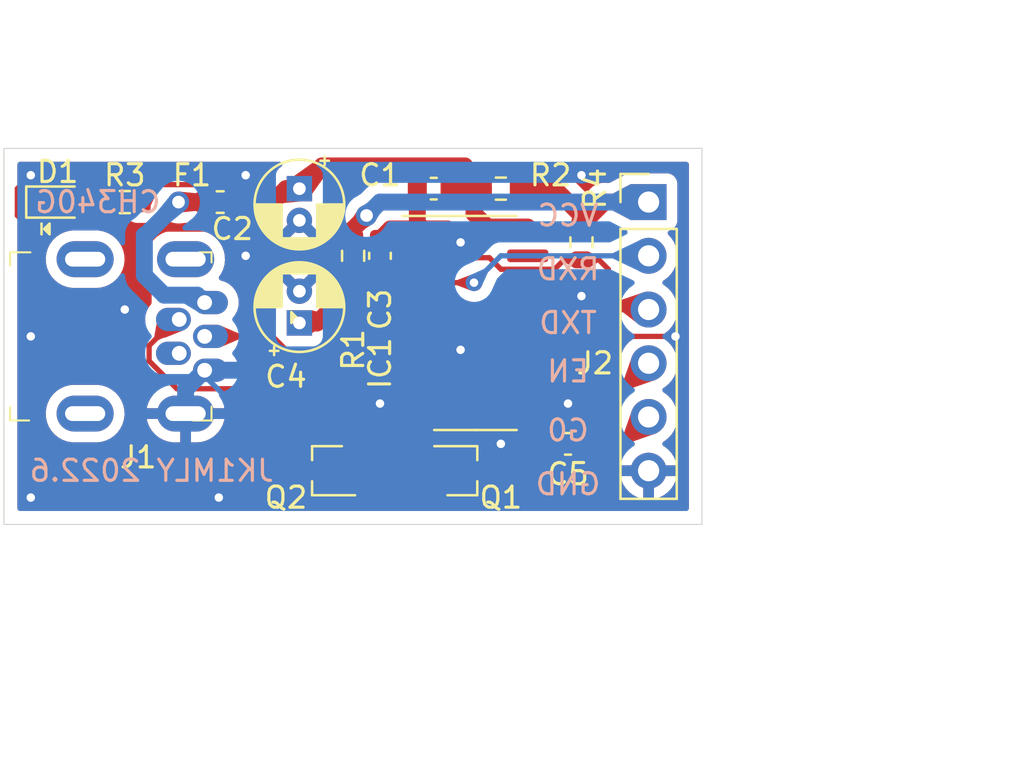
<source format=kicad_pcb>
(kicad_pcb (version 20221018) (generator pcbnew)
  (layers (0 "F.Cu" signal) (31 "B.Cu" signal) (34 "B.Paste" user) (35 "F.Paste" user) (36 "B.SilkS" user "B.Silkscreen") (37 "F.SilkS" user "F.Silkscreen") (38 "B.Mask" user) (39 "F.Mask" user) (44 "Edge.Cuts" user))
  (net 0 "")
  (net 1 "GND")
  (net 2 "Net-(U1-VCC)")
  (net 3 "Net-(U1-V3)")
  (net 4 "Net-(J2-Pin_5)")
  (net 5 "Net-(D1-A)")
  (net 6 "Net-(J1-VBUS)")
  (net 7 "Net-(J1-D-)")
  (net 8 "Net-(J1-D+)")
  (net 10 "Net-(J2-Pin_1)")
  (net 11 "Net-(J2-Pin_2)")
  (net 12 "Net-(J2-Pin_3)")
  (net 13 "Net-(J2-Pin_4)")
  (net 14 "Net-(Q1-S)")
  (net 15 "Net-(Q1-G)")
  (footprint "LED_SMD:LED_0603_1608Metric" (layer "F.Cu") (at 116.84 68.58)
    (fp_text reference "D1" (at 0 -1.43) (layer "F.SilkS"))
    (fp_text value "LED")
    (fp_line (start -1.485 -0.735) (end -1.485 0.735) (stroke (width 0.12)) (layer "F.SilkS"))
    (fp_line (start -1.485 0.735) (end 0.8 0.735) (stroke (width 0.12)) (layer "F.SilkS"))
    (fp_line (start 0.8 -0.735) (end -1.485 -0.735) (stroke (width 0.12)) (layer "F.SilkS"))
    (pad "1" smd roundrect (at -0.7875 0) (size 0.875 0.95) (layers "F.Cu" "F.Paste" "F.Mask") (net 1 "GND"))
    (pad "2" smd roundrect (at 0.7875 0) (size 0.875 0.95) (layers "F.Cu" "F.Paste" "F.Mask") (net 5 "Net-(D1-A)"))
  )
  (footprint "Fuse:Fuse_0603_1608Metric" (layer "F.Cu") (at 124.525 68.58 180)
    (fp_text reference "F1" (at 1.335 1.27 180) (layer "F.SilkS"))
    (fp_text value "Fuse")
    (fp_line (start -0.162779 -0.51) (end 0.162779 -0.51) (stroke (width 0.12)) (layer "F.SilkS"))
    (fp_line (start -0.162779 0.51) (end 0.162779 0.51) (stroke (width 0.12)) (layer "F.SilkS"))
    (pad "1" smd roundrect (at -0.7875 0 180) (size 0.875 0.95) (layers "F.Cu" "F.Paste" "F.Mask") (net 2 "Net-(U1-VCC)"))
    (pad "2" smd roundrect (at 0.7875 0 180) (size 0.875 0.95) (layers "F.Cu" "F.Paste" "F.Mask") (net 6 "Net-(J1-VBUS)"))
  )
  (footprint "digikey-footprints:USB_Mini_B_Female_aki" (layer "F.Cu") (at 123.19 74.93)
    (fp_text reference "J1" (at -2.54 5.715) (layer "F.SilkS"))
    (fp_text value "USB_B_Mini")
    (fp_line (start -8.6 -3.975) (end -8.6 -3.35) (stroke (width 0.1)) (layer "F.SilkS"))
    (fp_line (start -8.6 3.975) (end -8.6 3.35) (stroke (width 0.1)) (layer "F.SilkS"))
    (fp_line (start -7.7 3.975) (end -8.55 3.975) (stroke (width 0.1)) (layer "F.SilkS"))
    (fp_line (start -7.6375 -3.975) (end -8.5625 -3.975) (stroke (width 0.1)) (layer "F.SilkS"))
    (fp_line (start 0.05 3.975) (end 0.9 3.975) (stroke (width 0.1)) (layer "F.SilkS"))
    (fp_line (start 0.35 -3.975) (end 0.925 -3.975) (stroke (width 0.1)) (layer "F.SilkS"))
    (fp_line (start 0.925 -3.975) (end 0.925 -3.5) (stroke (width 0.1)) (layer "F.SilkS"))
    (fp_line (start 0.925 3.325) (end 0.925 3.975) (stroke (width 0.1)) (layer "F.SilkS"))
    (fp_line (start 0.925 3.975) (end 0.9 3.975) (stroke (width 0.1)) (layer "F.SilkS"))
    (pad "1" thru_hole oval (at 0.6 -1.6) (size 1.65 1.1) (drill 0.7 (offset 0.275 0)) (layers "*.Cu" "*.Mask") (net 6 "Net-(J1-VBUS)"))
    (pad "2" thru_hole oval (at -0.6 -0.8) (size 1.65 1.1) (drill 0.7 (offset -0.275 0)) (layers "*.Cu" "*.Mask") (net 7 "Net-(J1-D-)"))
    (pad "3" thru_hole oval (at 0.6 0) (size 1.65 1.1) (drill 0.7 (offset 0.275 0)) (layers "*.Cu" "*.Mask") (net 8 "Net-(J1-D+)"))
    (pad "4" thru_hole oval (at -0.6 0.8) (size 1.65 1.1) (drill 0.7 (offset -0.275 0)) (layers "*.Cu" "*.Mask"))
    (pad "5" thru_hole oval (at 0.6 1.6) (size 1.65 1.1) (drill 0.7 (offset 0.275 0)) (layers "*.Cu" "*.Mask") (net 1 "GND"))
    (pad "6" thru_hole oval (at -5.05 -3.65) (size 2.7 1.7) (drill oval 1.9 0.7) (layers "*.Cu" "*.Mask"))
    (pad "6" thru_hole oval (at -5.05 3.65) (size 2.7 1.7) (drill oval 1.9 0.7) (layers "*.Cu" "*.Mask"))
    (pad "6" thru_hole oval (at -0.3 -3.65) (size 2.7 1.7) (drill oval 1.9 0.7) (layers "*.Cu" "*.Mask"))
    (pad "6" thru_hole oval (at -0.3 3.65) (size 2.7 1.7) (drill oval 1.9 0.7) (layers "*.Cu" "*.Mask") (net 1 "GND"))
  )
  (footprint "Connector_PinHeader_2.54mm:PinHeader_1x06_P2.54mm_Vertical" (layer "F.Cu") (at 144.78 68.58)
    (fp_text reference "J2" (at -2.54 7.62) (layer "F.SilkS"))
    (fp_text value "Conn_01x06_Male")
    (fp_line (start -1.33 -1.33) (end 0 -1.33) (stroke (width 0.12)) (layer "F.SilkS"))
    (fp_line (start -1.33 0) (end -1.33 -1.33) (stroke (width 0.12)) (layer "F.SilkS"))
    (fp_line (start -1.33 1.27) (end -1.33 14.03) (stroke (width 0.12)) (layer "F.SilkS"))
    (fp_line (start -1.33 1.27) (end 1.33 1.27) (stroke (width 0.12)) (layer "F.SilkS"))
    (fp_line (start -1.33 14.03) (end 1.33 14.03) (stroke (width 0.12)) (layer "F.SilkS"))
    (fp_line (start 1.33 1.27) (end 1.33 14.03) (stroke (width 0.12)) (layer "F.SilkS"))
    (pad "1" thru_hole rect (at 0 0) (size 1.7 1.7) (drill 1) (layers "*.Cu" "*.Mask") (net 10 "Net-(J2-Pin_1)"))
    (pad "2" thru_hole oval (at 0 2.54) (size 1.7 1.7) (drill 1) (layers "*.Cu" "*.Mask") (net 11 "Net-(J2-Pin_2)"))
    (pad "3" thru_hole oval (at 0 5.08) (size 1.7 1.7) (drill 1) (layers "*.Cu" "*.Mask") (net 12 "Net-(J2-Pin_3)"))
    (pad "4" thru_hole oval (at 0 7.62) (size 1.7 1.7) (drill 1) (layers "*.Cu" "*.Mask") (net 13 "Net-(J2-Pin_4)"))
    (pad "5" thru_hole oval (at 0 10.16) (size 1.7 1.7) (drill 1) (layers "*.Cu" "*.Mask") (net 4 "Net-(J2-Pin_5)"))
    (pad "6" thru_hole oval (at 0 12.7) (size 1.7 1.7) (drill 1) (layers "*.Cu" "*.Mask") (net 1 "GND"))
  )
  (footprint "Resistor_SMD:R_0603_1608Metric" (layer "F.Cu") (at 137.795 67.945)
    (fp_text reference "R2" (at 2.35 -0.635) (layer "F.SilkS"))
    (fp_text value "NM")
    (fp_line (start -0.237258 -0.5225) (end 0.237258 -0.5225) (stroke (width 0.12)) (layer "F.SilkS"))
    (fp_line (start -0.237258 0.5225) (end 0.237258 0.5225) (stroke (width 0.12)) (layer "F.SilkS"))
    (pad "1" smd roundrect (at -0.825 0) (size 0.8 0.95) (layers "F.Cu" "F.Paste" "F.Mask") (net 2 "Net-(U1-VCC)"))
    (pad "2" smd roundrect (at 0.825 0) (size 0.8 0.95) (layers "F.Cu" "F.Paste" "F.Mask") (net 10 "Net-(J2-Pin_1)"))
  )
  (footprint "Resistor_SMD:R_0603_1608Metric" (layer "F.Cu") (at 120.015 68.58 180)
    (fp_text reference "R3" (at 0 1.27 180) (layer "F.SilkS"))
    (fp_text value "1k")
    (fp_line (start -0.237258 -0.5225) (end 0.237258 -0.5225) (stroke (width 0.12)) (layer "F.SilkS"))
    (fp_line (start -0.237258 0.5225) (end 0.237258 0.5225) (stroke (width 0.12)) (layer "F.SilkS"))
    (pad "1" smd roundrect (at -0.825 0 180) (size 0.8 0.95) (layers "F.Cu" "F.Paste" "F.Mask") (net 2 "Net-(U1-VCC)"))
    (pad "2" smd roundrect (at 0.825 0 180) (size 0.8 0.95) (layers "F.Cu" "F.Paste" "F.Mask") (net 5 "Net-(D1-A)"))
  )
  (footprint "Package_SO:SOIC-16_3.9x9.9mm_P1.27mm" (layer "F.Cu") (at 136.59 74.295)
    (fp_text reference "IC1" (at -4.51 1.905 90) (layer "F.SilkS"))
    (fp_text value "CH340G")
    (fp_line (start 0 -5.06) (end -3.45 -5.06) (stroke (width 0.12)) (layer "F.SilkS"))
    (fp_line (start 0 -5.06) (end 1.95 -5.06) (stroke (width 0.12)) (layer "F.SilkS"))
    (fp_line (start 0 5.06) (end -1.95 5.06) (stroke (width 0.12)) (layer "F.SilkS"))
    (fp_line (start 0 5.06) (end 1.95 5.06) (stroke (width 0.12)) (layer "F.SilkS"))
    (pad "1" smd roundrect (at -2.475 -4.445) (size 1.95 0.6) (layers "F.Cu" "F.Paste" "F.Mask") (net 1 "GND"))
    (pad "2" smd roundrect (at -2.475 -3.175) (size 1.95 0.6) (layers "F.Cu" "F.Paste" "F.Mask") (net 12 "Net-(J2-Pin_3)"))
    (pad "3" smd roundrect (at -2.475 -1.905) (size 1.95 0.6) (layers "F.Cu" "F.Paste" "F.Mask") (net 11 "Net-(J2-Pin_2)"))
    (pad "4" smd roundrect (at -2.475 -0.635) (size 1.95 0.6) (layers "F.Cu" "F.Paste" "F.Mask") (net 3 "Net-(U1-V3)"))
    (pad "5" smd roundrect (at -2.475 0.635) (size 1.95 0.6) (layers "F.Cu" "F.Paste" "F.Mask") (net 8 "Net-(J1-D+)"))
    (pad "6" smd roundrect (at -2.475 1.905) (size 1.95 0.6) (layers "F.Cu" "F.Paste" "F.Mask") (net 7 "Net-(J1-D-)"))
    (pad "7" smd roundrect (at -2.475 3.175) (size 1.95 0.6) (layers "F.Cu" "F.Paste" "F.Mask"))
    (pad "8" smd roundrect (at -2.475 4.445) (size 1.95 0.6) (layers "F.Cu" "F.Paste" "F.Mask"))
    (pad "9" smd roundrect (at 2.475 4.445) (size 1.95 0.6) (layers "F.Cu" "F.Paste" "F.Mask"))
    (pad "10" smd roundrect (at 2.475 3.175) (size 1.95 0.6) (layers "F.Cu" "F.Paste" "F.Mask"))
    (pad "11" smd roundrect (at 2.475 1.905) (size 1.95 0.6) (layers "F.Cu" "F.Paste" "F.Mask"))
    (pad "12" smd roundrect (at 2.475 0.635) (size 1.95 0.6) (layers "F.Cu" "F.Paste" "F.Mask"))
    (pad "13" smd roundrect (at 2.475 -0.635) (size 1.95 0.6) (layers "F.Cu" "F.Paste" "F.Mask") (net 15 "Net-(Q1-G)"))
    (pad "14" smd roundrect (at 2.475 -1.905) (size 1.95 0.6) (layers "F.Cu" "F.Paste" "F.Mask") (net 14 "Net-(Q1-S)"))
    (pad "15" smd roundrect (at 2.475 -3.175) (size 1.95 0.6) (layers "F.Cu" "F.Paste" "F.Mask"))
    (pad "16" smd roundrect (at 2.475 -4.445) (size 1.95 0.6) (layers "F.Cu" "F.Paste" "F.Mask") (net 2 "Net-(U1-VCC)"))
  )
  (footprint "Capacitor_THT:CP_Radial_D4.0mm_P1.50mm" (layer "F.Cu") (at 128.27 67.945 -90)
    (property "Reference" "C2")
    (property "Value" "10u")
    (fp_text reference "C2" (at 1.905 3.175 -180) (layer "F.SilkS"))
    (fp_text value "10u")
    (fp_line (start -1.519801 -1.195) (end -1.119801 -1.195) (stroke (width 0.12)) (layer "F.SilkS"))
    (fp_line (start -1.319801 -1.395) (end -1.319801 -0.995) (stroke (width 0.12)) (layer "F.SilkS"))
    (fp_line (start 0.75 -2.08) (end 0.75 -0.84) (stroke (width 0.12)) (layer "F.SilkS"))
    (fp_line (start 0.75 0.84) (end 0.75 2.08) (stroke (width 0.12)) (layer "F.SilkS"))
    (fp_line (start 0.79 -2.08) (end 0.79 -0.84) (stroke (width 0.12)) (layer "F.SilkS"))
    (fp_line (start 0.79 0.84) (end 0.79 2.08) (stroke (width 0.12)) (layer "F.SilkS"))
    (fp_line (start 0.83 -2.079) (end 0.83 -0.84) (stroke (width 0.12)) (layer "F.SilkS"))
    (fp_line (start 0.83 0.84) (end 0.83 2.079) (stroke (width 0.12)) (layer "F.SilkS"))
    (fp_line (start 0.87 -2.077) (end 0.87 -0.84) (stroke (width 0.12)) (layer "F.SilkS"))
    (fp_line (start 0.87 0.84) (end 0.87 2.077) (stroke (width 0.12)) (layer "F.SilkS"))
    (fp_line (start 0.91 -2.074) (end 0.91 -0.84) (stroke (width 0.12)) (layer "F.SilkS"))
    (fp_line (start 0.91 0.84) (end 0.91 2.074) (stroke (width 0.12)) (layer "F.SilkS"))
    (fp_line (start 0.95 -2.071) (end 0.95 -0.84) (stroke (width 0.12)) (layer "F.SilkS"))
    (fp_line (start 0.95 0.84) (end 0.95 2.071) (stroke (width 0.12)) (layer "F.SilkS"))
    (fp_line (start 0.99 -2.067) (end 0.99 -0.84) (stroke (width 0.12)) (layer "F.SilkS"))
    (fp_line (start 0.99 0.84) (end 0.99 2.067) (stroke (width 0.12)) (layer "F.SilkS"))
    (fp_line (start 1.03 -2.062) (end 1.03 -0.84) (stroke (width 0.12)) (layer "F.SilkS"))
    (fp_line (start 1.03 0.84) (end 1.03 2.062) (stroke (width 0.12)) (layer "F.SilkS"))
    (fp_line (start 1.07 -2.056) (end 1.07 -0.84) (stroke (width 0.12)) (layer "F.SilkS"))
    (fp_line (start 1.07 0.84) (end 1.07 2.056) (stroke (width 0.12)) (layer "F.SilkS"))
    (fp_line (start 1.11 -2.05) (end 1.11 -0.84) (stroke (width 0.12)) (layer "F.SilkS"))
    (fp_line (start 1.11 0.84) (end 1.11 2.05) (stroke (width 0.12)) (layer "F.SilkS"))
    (fp_line (start 1.15 -2.042) (end 1.15 -0.84) (stroke (width 0.12)) (layer "F.SilkS"))
    (fp_line (start 1.15 0.84) (end 1.15 2.042) (stroke (width 0.12)) (layer "F.SilkS"))
    (fp_line (start 1.19 -2.034) (end 1.19 -0.84) (stroke (width 0.12)) (layer "F.SilkS"))
    (fp_line (start 1.19 0.84) (end 1.19 2.034) (stroke (width 0.12)) (layer "F.SilkS"))
    (fp_line (start 1.23 -2.025) (end 1.23 -0.84) (stroke (width 0.12)) (layer "F.SilkS"))
    (fp_line (start 1.23 0.84) (end 1.23 2.025) (stroke (width 0.12)) (layer "F.SilkS"))
    (fp_line (start 1.27 -2.016) (end 1.27 -0.84) (stroke (width 0.12)) (layer "F.SilkS"))
    (fp_line (start 1.27 0.84) (end 1.27 2.016) (stroke (width 0.12)) (layer "F.SilkS"))
    (fp_line (start 1.31 -2.005) (end 1.31 -0.84) (stroke (width 0.12)) (layer "F.SilkS"))
    (fp_line (start 1.31 0.84) (end 1.31 2.005) (stroke (width 0.12)) (layer "F.SilkS"))
    (fp_line (start 1.35 -1.994) (end 1.35 -0.84) (stroke (width 0.12)) (layer "F.SilkS"))
    (fp_line (start 1.35 0.84) (end 1.35 1.994) (stroke (width 0.12)) (layer "F.SilkS"))
    (fp_line (start 1.39 -1.982) (end 1.39 -0.84) (stroke (width 0.12)) (layer "F.SilkS"))
    (fp_line (start 1.39 0.84) (end 1.39 1.982) (stroke (width 0.12)) (layer "F.SilkS"))
    (fp_line (start 1.43 -1.968) (end 1.43 -0.84) (stroke (width 0.12)) (layer "F.SilkS"))
    (fp_line (start 1.43 0.84) (end 1.43 1.968) (stroke (width 0.12)) (layer "F.SilkS"))
    (fp_line (start 1.471 -1.954) (end 1.471 -0.84) (stroke (width 0.12)) (layer "F.SilkS"))
    (fp_line (start 1.471 0.84) (end 1.471 1.954) (stroke (width 0.12)) (layer "F.SilkS"))
    (fp_line (start 1.511 -1.94) (end 1.511 -0.84) (stroke (width 0.12)) (layer "F.SilkS"))
    (fp_line (start 1.511 0.84) (end 1.511 1.94) (stroke (width 0.12)) (layer "F.SilkS"))
    (fp_line (start 1.551 -1.924) (end 1.551 -0.84) (stroke (width 0.12)) (layer "F.SilkS"))
    (fp_line (start 1.551 0.84) (end 1.551 1.924) (stroke (width 0.12)) (layer "F.SilkS"))
    (fp_line (start 1.591 -1.907) (end 1.591 -0.84) (stroke (width 0.12)) (layer "F.SilkS"))
    (fp_line (start 1.591 0.84) (end 1.591 1.907) (stroke (width 0.12)) (layer "F.SilkS"))
    (fp_line (start 1.631 -1.889) (end 1.631 -0.84) (stroke (width 0.12)) (layer "F.SilkS"))
    (fp_line (start 1.631 0.84) (end 1.631 1.889) (stroke (width 0.12)) (layer "F.SilkS"))
    (fp_line (start 1.671 -1.87) (end 1.671 -0.84) (stroke (width 0.12)) (layer "F.SilkS"))
    (fp_line (start 1.671 0.84) (end 1.671 1.87) (stroke (width 0.12)) (layer "F.SilkS"))
    (fp_line (start 1.711 -1.851) (end 1.711 -0.84) (stroke (width 0.12)) (layer "F.SilkS"))
    (fp_line (start 1.711 0.84) (end 1.711 1.851) (stroke (width 0.12)) (layer "F.SilkS"))
    (fp_line (start 1.751 -1.83) (end 1.751 -0.84) (stroke (width 0.12)) (layer "F.SilkS"))
    (fp_line (start 1.751 0.84) (end 1.751 1.83) (stroke (width 0.12)) (layer "F.SilkS"))
    (fp_line (start 1.791 -1.808) (end 1.791 -0.84) (stroke (width 0.12)) (layer "F.SilkS"))
    (fp_line (start 1.791 0.84) (end 1.791 1.808) (stroke (width 0.12)) (layer "F.SilkS"))
    (fp_line (start 1.831 -1.785) (end 1.831 -0.84) (stroke (width 0.12)) (layer "F.SilkS"))
    (fp_line (start 1.831 0.84) (end 1.831 1.785) (stroke (width 0.12)) (layer "F.SilkS"))
    (fp_line (start 1.871 -1.76) (end 1.871 -0.84) (stroke (width 0.12)) (layer "F.SilkS"))
    (fp_line (start 1.871 0.84) (end 1.871 1.76) (stroke (width 0.12)) (layer "F.SilkS"))
    (fp_line (start 1.911 -1.735) (end 1.911 -0.84) (stroke (width 0.12)) (layer "F.SilkS"))
    (fp_line (start 1.911 0.84) (end 1.911 1.735) (stroke (width 0.12)) (layer "F.SilkS"))
    (fp_line (start 1.951 -1.708) (end 1.951 -0.84) (stroke (width 0.12)) (layer "F.SilkS"))
    (fp_line (start 1.951 0.84) (end 1.951 1.708) (stroke (width 0.12)) (layer "F.SilkS"))
    (fp_line (start 1.991 -1.68) (end 1.991 -0.84) (stroke (width 0.12)) (layer "F.SilkS"))
    (fp_line (start 1.991 0.84) (end 1.991 1.68) (stroke (width 0.12)) (layer "F.SilkS"))
    (fp_line (start 2.031 -1.65) (end 2.031 -0.84) (stroke (width 0.12)) (layer "F.SilkS"))
    (fp_line (start 2.031 0.84) (end 2.031 1.65) (stroke (width 0.12)) (layer "F.SilkS"))
    (fp_line (start 2.071 -1.619) (end 2.071 -0.84) (stroke (width 0.12)) (layer "F.SilkS"))
    (fp_line (start 2.071 0.84) (end 2.071 1.619) (stroke (width 0.12)) (layer "F.SilkS"))
    (fp_line (start 2.111 -1.587) (end 2.111 -0.84) (stroke (width 0.12)) (layer "F.SilkS"))
    (fp_line (start 2.111 0.84) (end 2.111 1.587) (stroke (width 0.12)) (layer "F.SilkS"))
    (fp_line (start 2.151 -1.552) (end 2.151 -0.84) (stroke (width 0.12)) (layer "F.SilkS"))
    (fp_line (start 2.151 0.84) (end 2.151 1.552) (stroke (width 0.12)) (layer "F.SilkS"))
    (fp_line (start 2.191 -1.516) (end 2.191 -0.84) (stroke (width 0.12)) (layer "F.SilkS"))
    (fp_line (start 2.191 0.84) (end 2.191 1.516) (stroke (width 0.12)) (layer "F.SilkS"))
    (fp_line (start 2.231 -1.478) (end 2.231 -0.84) (stroke (width 0.12)) (layer "F.SilkS"))
    (fp_line (start 2.231 0.84) (end 2.231 1.478) (stroke (width 0.12)) (layer "F.SilkS"))
    (fp_line (start 2.271 -1.438) (end 2.271 -0.84) (stroke (width 0.12)) (layer "F.SilkS"))
    (fp_line (start 2.271 0.84) (end 2.271 1.438) (stroke (width 0.12)) (layer "F.SilkS"))
    (fp_line (start 2.311 -1.396) (end 2.311 -0.84) (stroke (width 0.12)) (layer "F.SilkS"))
    (fp_line (start 2.311 0.84) (end 2.311 1.396) (stroke (width 0.12)) (layer "F.SilkS"))
    (fp_line (start 2.351 -1.351) (end 2.351 1.351) (stroke (width 0.12)) (layer "F.SilkS"))
    (fp_line (start 2.391 -1.304) (end 2.391 1.304) (stroke (width 0.12)) (layer "F.SilkS"))
    (fp_line (start 2.431 -1.254) (end 2.431 1.254) (stroke (width 0.12)) (layer "F.SilkS"))
    (fp_line (start 2.471 -1.2) (end 2.471 1.2) (stroke (width 0.12)) (layer "F.SilkS"))
    (fp_line (start 2.511 -1.142) (end 2.511 1.142) (stroke (width 0.12)) (layer "F.SilkS"))
    (fp_line (start 2.551 -1.08) (end 2.551 1.08) (stroke (width 0.12)) (layer "F.SilkS"))
    (fp_line (start 2.591 -1.013) (end 2.591 1.013) (stroke (width 0.12)) (layer "F.SilkS"))
    (fp_line (start 2.631 -0.94) (end 2.631 0.94) (stroke (width 0.12)) (layer "F.SilkS"))
    (fp_line (start 2.671 -0.859) (end 2.671 0.859) (stroke (width 0.12)) (layer "F.SilkS"))
    (fp_line (start 2.711 -0.768) (end 2.711 0.768) (stroke (width 0.12)) (layer "F.SilkS"))
    (fp_line (start 2.751 -0.664) (end 2.751 0.664) (stroke (width 0.12)) (layer "F.SilkS"))
    (fp_line (start 2.791 -0.537) (end 2.791 0.537) (stroke (width 0.12)) (layer "F.SilkS"))
    (fp_line (start 2.831 -0.37) (end 2.831 0.37) (stroke (width 0.12)) (layer "F.SilkS"))
    (fp_circle (center 0.75 0) (end 2.87 0) (stroke (width 0.12)) (fill none) (layer "F.SilkS"))
    (pad "1" thru_hole rect (at 0 0 270) (size 1.2 1.2) (drill 0.6) (layers "*.Cu" "*.Mask") (net 2 "Net-(U1-VCC)"))
    (pad "2" thru_hole circle (at 1.5 0 270) (size 1.2 1.2) (drill 0.6) (layers "*.Cu" "*.Mask") (net 1 "GND"))
  )
  (footprint "Resistor_SMD:R_0603_1608Metric" (layer "F.Cu") (at 141.605 70.485 -90)
    (fp_text reference "R4" (at -2.54 -0.635 -90) (layer "F.SilkS"))
    (fp_text value "2.2k")
    (fp_line (start -0.237258 -0.5225) (end 0.237258 -0.5225) (stroke (width 0.12)) (layer "F.SilkS"))
    (fp_line (start -0.237258 0.5225) (end 0.237258 0.5225) (stroke (width 0.12)) (layer "F.SilkS"))
    (pad "1" smd roundrect (at -0.825 0 270) (size 0.8 0.95) (layers "F.Cu" "F.Paste" "F.Mask") (net 10 "Net-(J2-Pin_1)"))
    (pad "2" smd roundrect (at 0.825 0 270) (size 0.8 0.95) (layers "F.Cu" "F.Paste" "F.Mask") (net 12 "Net-(J2-Pin_3)"))
  )
  (footprint "Capacitor_SMD:C_0603_1608Metric" (layer "F.Cu") (at 140.97 80.01 180)
    (fp_text reference "C5" (at 0 -1.43 180) (layer "F.SilkS"))
    (fp_text value "0.1u")
    (fp_line (start -0.14058 -0.51) (end 0.14058 -0.51) (stroke (width 0.12)) (layer "F.SilkS"))
    (fp_line (start -0.14058 0.51) (end 0.14058 0.51) (stroke (width 0.12)) (layer "F.SilkS"))
    (pad "1" smd roundrect (at -0.775 0 180) (size 0.9 0.95) (layers "F.Cu" "F.Paste" "F.Mask") (net 13 "Net-(J2-Pin_4)"))
    (pad "2" smd roundrect (at 0.775 0 180) (size 0.9 0.95) (layers "F.Cu" "F.Paste" "F.Mask") (net 1 "GND"))
  )
  (footprint "Capacitor_THT:CP_Radial_D4.0mm_P1.50mm" (layer "F.Cu") (at 128.27 74.295 90)
    (fp_text reference "C4" (at -2.54 -0.635 180) (layer "F.SilkS"))
    (fp_text value "10u")
    (fp_line (start -1.519801 -1.195) (end -1.119801 -1.195) (stroke (width 0.12)) (layer "F.SilkS"))
    (fp_line (start -1.319801 -1.395) (end -1.319801 -0.995) (stroke (width 0.12)) (layer "F.SilkS"))
    (fp_line (start 0.75 -2.08) (end 0.75 -0.84) (stroke (width 0.12)) (layer "F.SilkS"))
    (fp_line (start 0.75 0.84) (end 0.75 2.08) (stroke (width 0.12)) (layer "F.SilkS"))
    (fp_line (start 0.79 -2.08) (end 0.79 -0.84) (stroke (width 0.12)) (layer "F.SilkS"))
    (fp_line (start 0.79 0.84) (end 0.79 2.08) (stroke (width 0.12)) (layer "F.SilkS"))
    (fp_line (start 0.83 -2.079) (end 0.83 -0.84) (stroke (width 0.12)) (layer "F.SilkS"))
    (fp_line (start 0.83 0.84) (end 0.83 2.079) (stroke (width 0.12)) (layer "F.SilkS"))
    (fp_line (start 0.87 -2.077) (end 0.87 -0.84) (stroke (width 0.12)) (layer "F.SilkS"))
    (fp_line (start 0.87 0.84) (end 0.87 2.077) (stroke (width 0.12)) (layer "F.SilkS"))
    (fp_line (start 0.91 -2.074) (end 0.91 -0.84) (stroke (width 0.12)) (layer "F.SilkS"))
    (fp_line (start 0.91 0.84) (end 0.91 2.074) (stroke (width 0.12)) (layer "F.SilkS"))
    (fp_line (start 0.95 -2.071) (end 0.95 -0.84) (stroke (width 0.12)) (layer "F.SilkS"))
    (fp_line (start 0.95 0.84) (end 0.95 2.071) (stroke (width 0.12)) (layer "F.SilkS"))
    (fp_line (start 0.99 -2.067) (end 0.99 -0.84) (stroke (width 0.12)) (layer "F.SilkS"))
    (fp_line (start 0.99 0.84) (end 0.99 2.067) (stroke (width 0.12)) (layer "F.SilkS"))
    (fp_line (start 1.03 -2.062) (end 1.03 -0.84) (stroke (width 0.12)) (layer "F.SilkS"))
    (fp_line (start 1.03 0.84) (end 1.03 2.062) (stroke (width 0.12)) (layer "F.SilkS"))
    (fp_line (start 1.07 -2.056) (end 1.07 -0.84) (stroke (width 0.12)) (layer "F.SilkS"))
    (fp_line (start 1.07 0.84) (end 1.07 2.056) (stroke (width 0.12)) (layer "F.SilkS"))
    (fp_line (start 1.11 -2.05) (end 1.11 -0.84) (stroke (width 0.12)) (layer "F.SilkS"))
    (fp_line (start 1.11 0.84) (end 1.11 2.05) (stroke (width 0.12)) (layer "F.SilkS"))
    (fp_line (start 1.15 -2.042) (end 1.15 -0.84) (stroke (width 0.12)) (layer "F.SilkS"))
    (fp_line (start 1.15 0.84) (end 1.15 2.042) (stroke (width 0.12)) (layer "F.SilkS"))
    (fp_line (start 1.19 -2.034) (end 1.19 -0.84) (stroke (width 0.12)) (layer "F.SilkS"))
    (fp_line (start 1.19 0.84) (end 1.19 2.034) (stroke (width 0.12)) (layer "F.SilkS"))
    (fp_line (start 1.23 -2.025) (end 1.23 -0.84) (stroke (width 0.12)) (layer "F.SilkS"))
    (fp_line (start 1.23 0.84) (end 1.23 2.025) (stroke (width 0.12)) (layer "F.SilkS"))
    (fp_line (start 1.27 -2.016) (end 1.27 -0.84) (stroke (width 0.12)) (layer "F.SilkS"))
    (fp_line (start 1.27 0.84) (end 1.27 2.016) (stroke (width 0.12)) (layer "F.SilkS"))
    (fp_line (start 1.31 -2.005) (end 1.31 -0.84) (stroke (width 0.12)) (layer "F.SilkS"))
    (fp_line (start 1.31 0.84) (end 1.31 2.005) (stroke (width 0.12)) (layer "F.SilkS"))
    (fp_line (start 1.35 -1.994) (end 1.35 -0.84) (stroke (width 0.12)) (layer "F.SilkS"))
    (fp_line (start 1.35 0.84) (end 1.35 1.994) (stroke (width 0.12)) (layer "F.SilkS"))
    (fp_line (start 1.39 -1.982) (end 1.39 -0.84) (stroke (width 0.12)) (layer "F.SilkS"))
    (fp_line (start 1.39 0.84) (end 1.39 1.982) (stroke (width 0.12)) (layer "F.SilkS"))
    (fp_line (start 1.43 -1.968) (end 1.43 -0.84) (stroke (width 0.12)) (layer "F.SilkS"))
    (fp_line (start 1.43 0.84) (end 1.43 1.968) (stroke (width 0.12)) (layer "F.SilkS"))
    (fp_line (start 1.471 -1.954) (end 1.471 -0.84) (stroke (width 0.12)) (layer "F.SilkS"))
    (fp_line (start 1.471 0.84) (end 1.471 1.954) (stroke (width 0.12)) (layer "F.SilkS"))
    (fp_line (start 1.511 -1.94) (end 1.511 -0.84) (stroke (width 0.12)) (layer "F.SilkS"))
    (fp_line (start 1.511 0.84) (end 1.511 1.94) (stroke (width 0.12)) (layer "F.SilkS"))
    (fp_line (start 1.551 -1.924) (end 1.551 -0.84) (stroke (width 0.12)) (layer "F.SilkS"))
    (fp_line (start 1.551 0.84) (end 1.551 1.924) (stroke (width 0.12)) (layer "F.SilkS"))
    (fp_line (start 1.591 -1.907) (end 1.591 -0.84) (stroke (width 0.12)) (layer "F.SilkS"))
    (fp_line (start 1.591 0.84) (end 1.591 1.907) (stroke (width 0.12)) (layer "F.SilkS"))
    (fp_line (start 1.631 -1.889) (end 1.631 -0.84) (stroke (width 0.12)) (layer "F.SilkS"))
    (fp_line (start 1.631 0.84) (end 1.631 1.889) (stroke (width 0.12)) (layer "F.SilkS"))
    (fp_line (start 1.671 -1.87) (end 1.671 -0.84) (stroke (width 0.12)) (layer "F.SilkS"))
    (fp_line (start 1.671 0.84) (end 1.671 1.87) (stroke (width 0.12)) (layer "F.SilkS"))
    (fp_line (start 1.711 -1.851) (end 1.711 -0.84) (stroke (width 0.12)) (layer "F.SilkS"))
    (fp_line (start 1.711 0.84) (end 1.711 1.851) (stroke (width 0.12)) (layer "F.SilkS"))
    (fp_line (start 1.751 -1.83) (end 1.751 -0.84) (stroke (width 0.12)) (layer "F.SilkS"))
    (fp_line (start 1.751 0.84) (end 1.751 1.83) (stroke (width 0.12)) (layer "F.SilkS"))
    (fp_line (start 1.791 -1.808) (end 1.791 -0.84) (stroke (width 0.12)) (layer "F.SilkS"))
    (fp_line (start 1.791 0.84) (end 1.791 1.808) (stroke (width 0.12)) (layer "F.SilkS"))
    (fp_line (start 1.831 -1.785) (end 1.831 -0.84) (stroke (width 0.12)) (layer "F.SilkS"))
    (fp_line (start 1.831 0.84) (end 1.831 1.785) (stroke (width 0.12)) (layer "F.SilkS"))
    (fp_line (start 1.871 -1.76) (end 1.871 -0.84) (stroke (width 0.12)) (layer "F.SilkS"))
    (fp_line (start 1.871 0.84) (end 1.871 1.76) (stroke (width 0.12)) (layer "F.SilkS"))
    (fp_line (start 1.911 -1.735) (end 1.911 -0.84) (stroke (width 0.12)) (layer "F.SilkS"))
    (fp_line (start 1.911 0.84) (end 1.911 1.735) (stroke (width 0.12)) (layer "F.SilkS"))
    (fp_line (start 1.951 -1.708) (end 1.951 -0.84) (stroke (width 0.12)) (layer "F.SilkS"))
    (fp_line (start 1.951 0.84) (end 1.951 1.708) (stroke (width 0.12)) (layer "F.SilkS"))
    (fp_line (start 1.991 -1.68) (end 1.991 -0.84) (stroke (width 0.12)) (layer "F.SilkS"))
    (fp_line (start 1.991 0.84) (end 1.991 1.68) (stroke (width 0.12)) (layer "F.SilkS"))
    (fp_line (start 2.031 -1.65) (end 2.031 -0.84) (stroke (width 0.12)) (layer "F.SilkS"))
    (fp_line (start 2.031 0.84) (end 2.031 1.65) (stroke (width 0.12)) (layer "F.SilkS"))
    (fp_line (start 2.071 -1.619) (end 2.071 -0.84) (stroke (width 0.12)) (layer "F.SilkS"))
    (fp_line (start 2.071 0.84) (end 2.071 1.619) (stroke (width 0.12)) (layer "F.SilkS"))
    (fp_line (start 2.111 -1.587) (end 2.111 -0.84) (stroke (width 0.12)) (layer "F.SilkS"))
    (fp_line (start 2.111 0.84) (end 2.111 1.587) (stroke (width 0.12)) (layer "F.SilkS"))
    (fp_line (start 2.151 -1.552) (end 2.151 -0.84) (stroke (width 0.12)) (layer "F.SilkS"))
    (fp_line (start 2.151 0.84) (end 2.151 1.552) (stroke (width 0.12)) (layer "F.SilkS"))
    (fp_line (start 2.191 -1.516) (end 2.191 -0.84) (stroke (width 0.12)) (layer "F.SilkS"))
    (fp_line (start 2.191 0.84) (end 2.191 1.516) (stroke (width 0.12)) (layer "F.SilkS"))
    (fp_line (start 2.231 -1.478) (end 2.231 -0.84) (stroke (width 0.12)) (layer "F.SilkS"))
    (fp_line (start 2.231 0.84) (end 2.231 1.478) (stroke (width 0.12)) (layer "F.SilkS"))
    (fp_line (start 2.271 -1.438) (end 2.271 -0.84) (stroke (width 0.12)) (layer "F.SilkS"))
    (fp_line (start 2.271 0.84) (end 2.271 1.438) (stroke (width 0.12)) (layer "F.SilkS"))
    (fp_line (start 2.311 -1.396) (end 2.311 -0.84) (stroke (width 0.12)) (layer "F.SilkS"))
    (fp_line (start 2.311 0.84) (end 2.311 1.396) (stroke (width 0.12)) (layer "F.SilkS"))
    (fp_line (start 2.351 -1.351) (end 2.351 1.351) (stroke (width 0.12)) (layer "F.SilkS"))
    (fp_line (start 2.391 -1.304) (end 2.391 1.304) (stroke (width 0.12)) (layer "F.SilkS"))
    (fp_line (start 2.431 -1.254) (end 2.431 1.254) (stroke (width 0.12)) (layer "F.SilkS"))
    (fp_line (start 2.471 -1.2) (end 2.471 1.2) (stroke (width 0.12)) (layer "F.SilkS"))
    (fp_line (start 2.511 -1.142) (end 2.511 1.142) (stroke (width 0.12)) (layer "F.SilkS"))
    (fp_line (start 2.551 -1.08) (end 2.551 1.08) (stroke (width 0.12)) (layer "F.SilkS"))
    (fp_line (start 2.591 -1.013) (end 2.591 1.013) (stroke (width 0.12)) (layer "F.SilkS"))
    (fp_line (start 2.631 -0.94) (end 2.631 0.94) (stroke (width 0.12)) (layer "F.SilkS"))
    (fp_line (start 2.671 -0.859) (end 2.671 0.859) (stroke (width 0.12)) (layer "F.SilkS"))
    (fp_line (start 2.711 -0.768) (end 2.711 0.768) (stroke (width 0.12)) (layer "F.SilkS"))
    (fp_line (start 2.751 -0.664) (end 2.751 0.664) (stroke (width 0.12)) (layer "F.SilkS"))
    (fp_line (start 2.791 -0.537) (end 2.791 0.537) (stroke (width 0.12)) (layer "F.SilkS"))
    (fp_line (start 2.831 -0.37) (end 2.831 0.37) (stroke (width 0.12)) (layer "F.SilkS"))
    (fp_circle (center 0.75 0) (end 2.87 0) (stroke (width 0.12)) (fill none) (layer "F.SilkS"))
    (pad "1" thru_hole rect (at 0 0 90) (size 1.2 1.2) (drill 0.6) (layers "*.Cu" "*.Mask") (net 3 "Net-(U1-V3)"))
    (pad "2" thru_hole circle (at 1.5 0 90) (size 1.2 1.2) (drill 0.6) (layers "*.Cu" "*.Mask") (net 1 "GND"))
  )
  (footprint "Capacitor_SMD:C_0603_1608Metric" (layer "F.Cu") (at 132.08 71.12 90)
    (fp_text reference "C3" (at -2.54 0 90) (layer "F.SilkS"))
    (fp_text value "0.1u")
    (fp_line (start -0.14058 -0.51) (end 0.14058 -0.51) (stroke (width 0.12)) (layer "F.SilkS"))
    (fp_line (start -0.14058 0.51) (end 0.14058 0.51) (stroke (width 0.12)) (layer "F.SilkS"))
    (pad "1" smd roundrect (at -0.775 0 90) (size 0.9 0.95) (layers "F.Cu" "F.Paste" "F.Mask") (net 3 "Net-(U1-V3)"))
    (pad "2" smd roundrect (at 0.775 0 90) (size 0.9 0.95) (layers "F.Cu" "F.Paste" "F.Mask") (net 1 "GND"))
  )
  (footprint "Package_TO_SOT_SMD:SOT-323_SC-70" (layer "F.Cu") (at 129.6 81.28 180)
    (fp_text reference "Q2" (at 1.965 -1.27 180) (layer "F.SilkS"))
    (fp_text value "SSM3K7002BFU")
    (fp_line (start -0.68 1.16) (end 0.73 1.16) (stroke (width 0.12)) (layer "F.SilkS"))
    (fp_line (start 0.73 -1.16) (end -1.3 -1.16) (stroke (width 0.12)) (layer "F.SilkS"))
    (fp_line (start 0.73 -1.16) (end 0.73 -0.5) (stroke (width 0.12)) (layer "F.SilkS"))
    (fp_line (start 0.73 0.5) (end 0.73 1.16) (stroke (width 0.12)) (layer "F.SilkS"))
    (pad "1" smd rect (at -1 -0.65 90) (size 0.45 0.7) (layers "F.Cu" "F.Paste" "F.Mask") (net 15 "Net-(Q1-G)"))
    (pad "2" smd rect (at -1 0.65 90) (size 0.45 0.7) (layers "F.Cu" "F.Paste" "F.Mask") (net 14 "Net-(Q1-S)"))
    (pad "3" smd rect (at 1 0 90) (size 0.45 0.7) (layers "F.Cu" "F.Paste" "F.Mask") (net 4 "Net-(J2-Pin_5)"))
  )
  (footprint "Package_TO_SOT_SMD:SOT-323_SC-70" (layer "F.Cu") (at 135.95 81.28)
    (property "Reference" "Q1")
    (property "Value" "SSM3K7002BFU")
    (fp_text reference "Q1" (at 1.845 1.27) (layer "F.SilkS"))
    (fp_text value "SSM3K7002BFU")
    (fp_line (start -0.68 1.16) (end 0.73 1.16) (stroke (width 0.12)) (layer "F.SilkS"))
    (fp_line (start 0.73 -1.16) (end -1.3 -1.16) (stroke (width 0.12)) (layer "F.SilkS"))
    (fp_line (start 0.73 -1.16) (end 0.73 -0.5) (stroke (width 0.12)) (layer "F.SilkS"))
    (fp_line (start 0.73 0.5) (end 0.73 1.16) (stroke (width 0.12)) (layer "F.SilkS"))
    (pad "1" smd rect (at -1 -0.65 270) (size 0.45 0.7) (layers "F.Cu" "F.Paste" "F.Mask") (net 14 "Net-(Q1-S)"))
    (pad "2" smd rect (at -1 0.65 270) (size 0.45 0.7) (layers "F.Cu" "F.Paste" "F.Mask") (net 15 "Net-(Q1-G)"))
    (pad "3" smd rect (at 1 0 270) (size 0.45 0.7) (layers "F.Cu" "F.Paste" "F.Mask") (net 13 "Net-(J2-Pin_4)"))
  )
  (footprint "Resistor_SMD:R_0603_1608Metric" (layer "F.Cu") (at 130.81 71.12 90)
    (fp_text reference "R1" (at -4.445 0 90) (layer "F.SilkS"))
    (fp_text value "0")
    (fp_line (start -0.237258 -0.5225) (end 0.237258 -0.5225) (stroke (width 0.12)) (layer "F.SilkS"))
    (fp_line (start -0.237258 0.5225) (end 0.237258 0.5225) (stroke (width 0.12)) (layer "F.SilkS"))
    (pad "1" smd roundrect (at -0.825 0 90) (size 0.8 0.95) (layers "F.Cu" "F.Paste" "F.Mask") (net 3 "Net-(U1-V3)"))
    (pad "2" smd roundrect (at 0.825 0 90) (size 0.8 0.95) (layers "F.Cu" "F.Paste" "F.Mask") (net 10 "Net-(J2-Pin_1)"))
  )
  (footprint "Capacitor_SMD:C_0603_1608Metric" (layer "F.Cu") (at 134.62 67.945 180)
    (property "Reference" "C1")
    (property "Value" "0.1u")
    (fp_text reference "C1" (at 2.54 0.635 180) (layer "F.SilkS"))
    (fp_text value "0.1u")
    (fp_line (start -0.14058 -0.51) (end 0.14058 -0.51) (stroke (width 0.12)) (layer "F.SilkS"))
    (fp_line (start -0.14058 0.51) (end 0.14058 0.51) (stroke (width 0.12)) (layer "F.SilkS"))
    (pad "1" smd roundrect (at -0.775 0 180) (size 0.9 0.95) (layers "F.Cu" "F.Paste" "F.Mask") (net 2 "Net-(U1-VCC)"))
    (pad "2" smd roundrect (at 0.775 0 180) (size 0.9 0.95) (layers "F.Cu" "F.Paste" "F.Mask") (net 1 "GND"))
  )
  (gr_poly (pts (xy 116.459 70.104) (xy 116.205 69.85) (xy 116.459 69.596)) (stroke (width 0.12)) (fill solid) (layer "F.SilkS"))
  (gr_poly (pts (xy 127.889 73.787) (xy 128.143 74.041) (xy 127.889 74.295)) (stroke (width 0.12)) (fill solid) (layer "F.SilkS"))
  (gr_line (start 116.078 69.596) (end 116.078 70.104) (stroke (width 0.12)) (layer "F.SilkS"))
  (gr_line (start 147.3 83.82) (end 114.3 83.82) (stroke (width 0.05)) (layer "Edge.Cuts"))
  (gr_line (start 114.3 83.82) (end 114.3 66.04) (stroke (width 0.05)) (layer "Edge.Cuts"))
  (gr_line (start 147.3 66.04) (end 147.3 83.82) (stroke (width 0.05)) (layer "Edge.Cuts"))
  (gr_line (start 114.3 66.04) (end 147.3 66.04) (stroke (width 0.05)) (layer "Edge.Cuts"))
  (gr_text "EN" (at 140.97 76.581) (layer "B.SilkS") (effects (font (size 1 1)) (justify mirror)))
  (gr_text "CH340G" (at 118.745 68.58) (layer "B.SilkS") (effects (font (size 1 1)) (justify mirror)))
  (gr_text "G0" (at 140.97 79.375) (layer "B.SilkS") (effects (font (size 1 1)) (justify mirror)))
  (gr_text "GND" (at 140.97 81.915) (layer "B.SilkS") (effects (font (size 1 1)) (justify mirror)))
  (gr_text "VCC" (at 140.97 69.215) (layer "B.SilkS") (effects (font (size 1 1)) (justify mirror)))
  (gr_text "TXD" (at 140.97 74.295) (layer "B.SilkS") (effects (font (size 1 1)) (justify mirror)))
  (gr_text "JK1MLY 2022.6" (at 121.285 81.28) (layer "B.SilkS") (effects (font (size 1 1)) (justify mirror)))
  (gr_text "RXD" (at 140.97 71.755) (layer "B.SilkS") (effects (font (size 1 1)) (justify mirror)))
  (segment (start 146.05 81.28) (end 144.78 81.28) (width 0.25) (layer "F.Cu") (net 1))
  (segment (start 135.89 77.47) (end 135.89 75.565) (width 0.25) (layer "F.Cu") (net 1))
  (segment (start 142.875 74.93) (end 141.605 73.66) (width 0.25) (layer "F.Cu") (net 1))
  (segment (start 120.65 70.485) (end 120.65 73.025) (width 0.25) (layer "F.Cu") (net 1))
  (segment (start 146.05 74.93) (end 146.5 75.38) (width 0.25) (layer "F.Cu") (net 1))
  (segment (start 132.575 69.85) (end 134.115 69.85) (width 0.8) (layer "F.Cu") (net 1))
  (segment (start 135.255 78.105) (end 135.89 77.47) (width 0.25) (layer "F.Cu") (net 1))
  (segment (start 135.255 69.85) (end 135.89 70.485) (width 0.8) (layer "F.Cu") (net 1))
  (segment (start 125.73 71.12) (end 124.465 69.855) (width 0.25) (layer "F.Cu") (net 1))
  (segment (start 114.935 69.215) (end 114.935 67.945) (width 0.25) (layer "F.Cu") (net 1))
  (segment (start 140.97 79.235) (end 140.97 78.105) (width 0.5) (layer "F.Cu") (net 1))
  (segment (start 146.5 80.83) (end 146.05 81.28) (width 0.25) (layer "F.Cu") (net 1))
  (segment (start 141.605 73.66) (end 141.605 73.025) (width 0.25) (layer "F.Cu") (net 1))
  (segment (start 146.05 74.93) (end 142.875 74.93) (width 0.25) (layer "F.Cu") (net 1))
  (segment (start 124.465 69.855) (end 121.28 69.855) (width 0.25) (layer "F.Cu") (net 1))
  (segment (start 134.115 69.85) (end 135.255 69.85) (width 0.8) (layer "F.Cu") (net 1))
  (segment (start 133.845 67.945) (end 133.845 69.58) (width 0.8) (layer "F.Cu") (net 1))
  (segment (start 140.195 80.01) (end 140.97 79.235) (width 0.5) (layer "F.Cu") (net 1))
  (segment (start 146.5 75.38) (end 146.5 80.83) (width 0.25) (layer "F.Cu") (net 1))
  (segment (start 114.935 67.945) (end 115.57 67.31) (width 0.25) (layer "F.Cu") (net 1))
  (segment (start 121.28 69.855) (end 120.65 70.485) (width 0.25) (layer "F.Cu") (net 1))
  (segment (start 115.57 74.93) (end 115.57 69.85) (width 0.25) (layer "F.Cu") (net 1))
  (segment (start 115.57 69.85) (end 114.935 69.215) (width 0.25) (layer "F.Cu") (net 1))
  (segment (start 120.65 73.025) (end 120.015 73.66) (width 0.25) (layer "F.Cu") (net 1))
  (segment (start 116.14 68.58) (end 116.14 69.15) (width 0.25) (layer "F.Cu") (net 1))
  (segment (start 133.845 69.58) (end 134.115 69.85) (width 0.8) (layer "F.Cu") (net 1))
  (segment (start 132.08 70.345) (end 132.575 69.85) (width 0.8) (layer "F.Cu") (net 1))
  (segment (start 132.08 78.105) (end 135.255 78.105) (width 0.25) (layer "F.Cu") (net 1))
  (via (at 141.605 73.025) (size 0.8) (drill 0.4) (layers "F.Cu" "B.Cu") (net 1))
  (via (at 125.73 67.31) (size 0.8) (drill 0.4) (layers "F.Cu" "B.Cu") (net 1))
  (via (at 135.89 75.565) (size 0.8) (drill 0.4) (layers "F.Cu" "B.Cu") (net 1))
  (via (at 135.89 70.485) (size 0.8) (drill 0.4) (layers "F.Cu" "B.Cu") (net 1))
  (via (at 137.795 80.01) (size 0.8) (drill 0.4) (layers "F.Cu" "B.Cu") (net 1))
  (via (at 120.015 73.66) (size 0.8) (drill 0.4) (layers "F.Cu" "B.Cu") (net 1))
  (via (at 115.57 67.31) (size 0.8) (drill 0.4) (layers "F.Cu" "B.Cu") (net 1))
  (via (at 141.605 67.31) (size 0.8) (drill 0.4) (layers "F.Cu" "B.Cu") (net 1))
  (via (at 125.73 71.12) (size 0.8) (drill 0.4) (layers "F.Cu" "B.Cu") (net 1))
  (via (at 115.57 82.55) (size 0.8) (drill 0.4) (layers "F.Cu" "B.Cu") (net 1))
  (via (at 140.97 78.105) (size 0.8) (drill 0.4) (layers "F.Cu" "B.Cu") (net 1))
  (via (at 124.46 82.55) (size 0.8) (drill 0.4) (layers "F.Cu" "B.Cu") (net 1))
  (via (at 115.57 74.93) (size 0.8) (drill 0.4) (layers "F.Cu" "B.Cu") (net 1))
  (via (at 132.08 78.105) (size 0.8) (drill 0.4) (layers "F.Cu" "B.Cu") (net 1))
  (via (at 146.05 74.93) (size 0.8) (drill 0.4) (layers "F.Cu" "B.Cu") (net 1))
  (segment (start 123.79 76.8) (end 123.79 76.53) (width 0.25) (layer "B.Cu") (net 1))
  (segment (start 122.89 78.58) (end 122.89 77.43) (width 0.8) (layer "B.Cu") (net 1))
  (segment (start 120.015 76.835) (end 123.485 76.835) (width 0.25) (layer "B.Cu") (net 1))
  (segment (start 123.485 76.835) (end 123.79 76.53) (width 0.25) (layer "B.Cu") (net 1))
  (segment (start 125.095 81.915) (end 125.095 78.105) (width 0.25) (layer "B.Cu") (net 1))
  (segment (start 123.79 76.53) (end 130.505 76.53) (width 0.8) (layer "B.Cu") (net 1))
  (segment (start 124.46 82.55) (end 125.095 81.915) (width 0.25) (layer "B.Cu") (net 1))
  (segment (start 130.505 76.53) (end 132.08 78.105) (width 0.8) (layer "B.Cu") (net 1))
  (segment (start 120.015 73.66) (end 120.015 76.835) (width 0.25) (layer "B.Cu") (net 1))
  (segment (start 125.095 78.105) (end 123.79 76.8) (width 0.25) (layer "B.Cu") (net 1))
  (segment (start 122.89 77.43) (end 123.79 76.53) (width 0.8) (layer "B.Cu") (net 1))
  (segment (start 127.635 67.945) (end 127 68.58) (width 0.8) (layer "F.Cu") (net 2))
  (segment (start 120.84 68.58) (end 121.665 67.755) (width 0.25) (layer "F.Cu") (net 2))
  (segment (start 135.89 67.945) (end 135.395 67.945) (width 0.8) (layer "F.Cu") (net 2))
  (segment (start 128.27 67.945) (end 127.635 67.945) (width 0.8) (layer "F.Cu") (net 2))
  (segment (start 136.085 66.87) (end 136.085 67.75) (width 0.8) (layer "F.Cu") (net 2))
  (segment (start 136.97 67.945) (end 136.525 67.945) (width 0.8) (layer "F.Cu") (net 2))
  (segment (start 129.345 66.87) (end 136.085 66.87) (width 0.8) (layer "F.Cu") (net 2))
  (segment (start 136.525 67.945) (end 136.525 69.125) (width 0.8) (layer "F.Cu") (net 2))
  (segment (start 127 68.58) (end 125.3125 68.58) (width 0.8) (layer "F.Cu") (net 2))
  (segment (start 121.665 67.755) (end 124.4875 67.755) (width 0.25) (layer "F.Cu") (net 2))
  (segment (start 136.525 69.125) (end 137.16 69.76) (width 0.8) (layer "F.Cu") (net 2))
  (segment (start 135.395 67.853274) (end 135.395 67.945) (width 0.8) (layer "F.Cu") (net 2))
  (segment (start 136.525 67.945) (end 135.89 67.945) (width 0.8) (layer "F.Cu") (net 2))
  (segment (start 128.27 67.945) (end 129.345 66.87) (width 0.8) (layer "F.Cu") (net 2))
  (segment (start 136.085 67.75) (end 135.89 67.945) (width 0.8) (layer "F.Cu") (net 2))
  (segment (start 137.16 69.76) (end 139.065 69.76) (width 0.8) (layer "F.Cu") (net 2))
  (segment (start 124.4875 67.755) (end 125.3125 68.58) (width 0.25) (layer "F.Cu") (net 2))
  (segment (start 129.102057 74.295) (end 129.737057 73.66) (width 0.8) (layer "F.Cu") (net 3))
  (segment (start 130.81 73.66) (end 130.81 71.945) (width 0.8) (layer "F.Cu") (net 3))
  (segment (start 129.102057 74.295) (end 128.27 74.295) (width 0.8) (layer "F.Cu") (net 3))
  (segment (start 130.81 73.66) (end 132.08 73.66) (width 0.8) (layer "F.Cu") (net 3))
  (segment (start 132.08 73.66) (end 134.115 73.66) (width 0.8) (layer "F.Cu") (net 3))
  (segment (start 132.08 73.66) (end 132.08 71.895) (width 0.8) (layer "F.Cu") (net 3))
  (segment (start 129.737057 73.66) (end 130.81 73.66) (width 0.8) (layer "F.Cu") (net 3))
  (segment (start 144.78 78.74) (end 140.97 82.55) (width 0.25) (layer "F.Cu") (net 4))
  (segment (start 140.97 82.604511) (end 130.102511 82.604511) (width 0.25) (layer "F.Cu") (net 4))
  (segment (start 128.778 81.28) (end 130.102511 82.604511) (width 0.25) (layer "F.Cu") (net 4))
  (segment (start 140.97 82.55) (end 140.97 82.604511) (width 0.25) (layer "F.Cu") (net 4))
  (segment (start 128.6 81.28) (end 128.778 81.28) (width 0.25) (layer "F.Cu") (net 4))
  (segment (start 117.54 68.58) (end 119.19 68.58) (width 0.25) (layer "F.Cu") (net 5))
  (segment (start 122.62 68.58) (end 123.825 68.58) (width 0.8) (layer "F.Cu") (net 6))
  (via (at 122.555 68.58) (size 1) (drill 0.6) (layers "F.Cu" "B.Cu") (net 6))
  (segment (start 120.99452 70.14048) (end 120.94048 70.14048) (width 0.8) (layer "B.Cu") (net 6))
  (segment (start 123.79 73.33) (end 123.44048 72.98048) (width 0.8) (layer "B.Cu") (net 6))
  (segment (start 122.555 68.58) (end 120.99452 70.14048) (width 0.8) (layer "B.Cu") (net 6))
  (segment (start 120.94048 72.04548) (end 120.94048 70.14048) (width 0.8) (layer "B.Cu") (net 6))
  (segment (start 123.44048 72.98048) (end 121.87548 72.98048) (width 0.8) (layer "B.Cu") (net 6))
  (segment (start 121.87548 72.98048) (end 120.94048 72.04548) (width 0.8) (layer "B.Cu") (net 6))
  (segment (start 128.27 78.105) (end 125.73 78.105) (width 0.25) (layer "F.Cu") (net 7))
  (segment (start 121.165 75.367563) (end 122.402563 74.13) (width 0.25) (layer "F.Cu") (net 7))
  (segment (start 125.73 78.04) (end 125.095 77.405) (width 0.25) (layer "F.Cu") (net 7))
  (segment (start 130.175 76.2) (end 128.27 78.105) (width 0.25) (layer "F.Cu") (net 7))
  (segment (start 125.73 78.105) (end 125.73 78.04) (width 0.25) (layer "F.Cu") (net 7))
  (segment (start 121.165 76.092437) (end 121.165 75.367563) (width 0.25) (layer "F.Cu") (net 7))
  (segment (start 134.115 76.2) (end 130.175 76.2) (width 0.25) (layer "F.Cu") (net 7))
  (segment (start 122.477563 77.405) (end 121.165 76.092437) (width 0.25) (layer "F.Cu") (net 7))
  (segment (start 125.095 77.405) (end 122.477563 77.405) (width 0.25) (layer "F.Cu") (net 7))
  (segment (start 122.402563 74.13) (end 122.59 74.13) (width 0.25) (layer "F.Cu") (net 7))
  (segment (start 125.73 76.835) (end 126.365 76.2) (width 0.25) (layer "F.Cu") (net 8))
  (segment (start 127 74.93) (end 123.79 74.93) (width 0.25) (layer "F.Cu") (net 8))
  (segment (start 126.365 77.47) (end 125.73 76.835) (width 0.25) (layer "F.Cu") (net 8))
  (segment (start 127 74.93) (end 127.635 75.565) (width 0.25) (layer "F.Cu") (net 8))
  (segment (start 127.635 77.47) (end 126.365 77.47) (width 0.25) (layer "F.Cu") (net 8))
  (segment (start 127.635 75.565) (end 127 76.2) (width 0.25) (layer "F.Cu") (net 8))
  (segment (start 130.175 74.93) (end 127.635 77.47) (width 0.25) (layer "F.Cu") (net 8))
  (segment (start 134.115 74.93) (end 130.175 74.93) (width 0.25) (layer "F.Cu") (net 8))
  (segment (start 127 76.2) (end 126.365 76.2) (width 0.25) (layer "F.Cu") (net 8))
  (segment (start 141.605 69.66) (end 141.605 69.215) (width 0.8) (layer "F.Cu") (net 10))
  (segment (start 140.335 67.945) (end 138.62 67.945) (width 0.8) (layer "F.Cu") (net 10))
  (segment (start 141.605 69.215) (end 140.335 67.945) (width 0.8) (layer "F.Cu") (net 10))
  (segment (start 130.81 69.85) (end 131.445 69.215) (width 0.8) (layer "F.Cu") (net 10))
  (segment (start 142.685 68.58) (end 141.605 69.66) (width 0.8) (layer "F.Cu") (net 10))
  (segment (start 144.78 68.58) (end 142.685 68.58) (width 0.8) (layer "F.Cu") (net 10))
  (segment (start 130.81 70.295) (end 130.81 69.85) (width 0.8) (layer "F.Cu") (net 10))
  (via (at 131.445 69.215) (size 1) (drill 0.6) (layers "F.Cu" "B.Cu") (net 10))
  (segment (start 132.08 68.58) (end 131.445 69.215) (width 0.8) (layer "B.Cu") (net 10))
  (segment (start 144.78 68.58) (end 132.08 68.58) (width 0.8) (layer "B.Cu") (net 10))
  (segment (start 134.115 72.39) (end 136.525 72.39) (width 0.25) (layer "F.Cu") (net 11))
  (via (at 136.525 72.39) (size 0.8) (drill 0.4) (layers "F.Cu" "B.Cu") (net 11))
  (segment (start 136.525 72.39) (end 137.795 71.12) (width 0.25) (layer "B.Cu") (net 11))
  (segment (start 137.795 71.12) (end 144.78 71.12) (width 0.25) (layer "B.Cu") (net 11))
  (segment (start 141.605 71.31) (end 142.43 71.31) (width 0.25) (layer "F.Cu") (net 12))
  (segment (start 143.51 73.66) (end 142.875 73.025) (width 0.25) (layer "F.Cu") (net 12))
  (segment (start 142.875 73.025) (end 142.875 71.755) (width 0.25) (layer "F.Cu") (net 12))
  (segment (start 144.78 73.66) (end 143.51 73.66) (width 0.25) (layer "F.Cu") (net 12))
  (segment (start 137.25 71.21) (end 137.795 71.755) (width 0.25) (layer "F.Cu") (net 12))
  (segment (start 134.205 71.21) (end 137.25 71.21) (width 0.25) (layer "F.Cu") (net 12))
  (segment (start 142.43 71.31) (end 142.875 71.755) (width 0.25) (layer "F.Cu") (net 12))
  (segment (start 140.335 71.755) (end 140.78 71.31) (width 0.25) (layer "F.Cu") (net 12))
  (segment (start 134.115 71.12) (end 134.205 71.21) (width 0.25) (layer "F.Cu") (net 12))
  (segment (start 140.78 71.31) (end 141.605 71.31) (width 0.25) (layer "F.Cu") (net 12))
  (segment (start 137.795 71.755) (end 140.335 71.755) (width 0.25) (layer "F.Cu") (net 12))
  (segment (start 142.875 78.105) (end 144.78 76.2) (width 0.25) (layer "F.Cu") (net 13))
  (segment (start 137.28 81.28) (end 140.97 81.28) (width 0.25) (layer "F.Cu") (net 13))
  (segment (start 141.67 80.58) (end 141.67 80.01) (width 0.25) (layer "F.Cu") (net 13))
  (segment (start 141.745 80.01) (end 142.875 78.88) (width 0.25) (layer "F.Cu") (net 13))
  (segment (start 142.875 78.88) (end 142.875 78.105) (width 0.25) (layer "F.Cu") (net 13))
  (segment (start 140.97 81.28) (end 141.67 80.58) (width 0.25) (layer "F.Cu") (net 13))
  (segment (start 134.62 80.63) (end 133.365 80.63) (width 0.25) (layer "F.Cu") (net 14))
  (segment (start 133.365 80.63) (end 130.93 80.63) (width 0.25) (layer "F.Cu") (net 14))
  (segment (start 134.95 80.63) (end 134.95 80.01) (width 0.25) (layer "F.Cu") (net 14))
  (segment (start 137.16 77.47) (end 137.16 73.66) (width 0.25) (layer "F.Cu") (net 14))
  (segment (start 134.95 80.63) (end 134.95 79.678604) (width 0.25) (layer "F.Cu") (net 14))
  (segment (start 138.43 72.39) (end 139.065 72.39) (width 0.25) (layer "F.Cu") (net 14))
  (segment (start 137.158604 77.47) (end 137.16 77.47) (width 0.25) (layer "F.Cu") (net 14))
  (segment (start 134.95 80.01) (end 134.95 79.836396) (width 0.25) (layer "F.Cu") (net 14))
  (segment (start 137.16 73.66) (end 138.43 72.39) (width 0.25) (layer "F.Cu") (net 14))
  (segment (start 134.95 79.678604) (end 137.158604 77.47) (width 0.25) (layer "F.Cu") (net 14))
  (segment (start 138.4 73.66) (end 139.065 73.66) (width 0.25) (layer "F.Cu") (net 15))
  (segment (start 135.89 81.28) (end 135.89 79.376396) (width 0.25) (layer "F.Cu") (net 15))
  (segment (start 135.24 81.93) (end 135.89 81.28) (width 0.25) (layer "F.Cu") (net 15))
  (segment (start 130.93 81.93) (end 130.405 81.93) (width 0.25) (layer "F.Cu") (net 15))
  (segment (start 134.95 81.93) (end 135.24 81.93) (width 0.25) (layer "F.Cu") (net 15))
  (segment (start 137.765 74.295) (end 138.4 73.66) (width 0.25) (layer "F.Cu") (net 15))
  (segment (start 134.62 81.93) (end 130.93 81.93) (width 0.25) (layer "F.Cu") (net 15))
  (segment (start 135.89 79.376396) (end 137.765 77.501396) (width 0.25) (layer "F.Cu") (net 15))
  (segment (start 137.765 77.501396) (end 137.765 74.295) (width 0.25) (layer "F.Cu") (net 15))
  (zone (net 0) (net_name "") (layer "F.Cu") (connect_pads (clearance 0)) (min_thickness 0.254)
    (keepout (tracks allowed) (vias allowed) (pads allowed) (copperpour not_allowed) (footprints allowed))
    (fill (thermal_gap 0.508) (thermal_bridge_width 0.508))
    (polygon (pts (xy 136.525 81.915) (xy 135.255 81.915) (xy 135.255 80.645) (xy 136.525 80.645)))
  )
  (zone (net 0) (net_name "") (layer "F.Cu") (connect_pads (clearance 0)) (min_thickness 0.25)
    (keepout (tracks allowed) (vias allowed) (pads allowed) (copperpour not_allowed) (footprints allowed))
    (fill (thermal_gap 0.5) (thermal_bridge_width 0.5))
    (polygon (pts (xy 130.81 80.645) (xy 128.905 80.645) (xy 128.905 81.915) (xy 130.81 81.915)))
  )
  (zone (net 0) (net_name "") (layer "F.Cu") (connect_pads (clearance 0)) (min_thickness 0.25)
    (keepout (tracks allowed) (vias allowed) (pads allowed) (copperpour not_allowed) (footprints allowed))
    (fill (thermal_gap 0.5) (thermal_bridge_width 0.5))
    (polygon (pts (xy 136.525 66.04) (xy 140.97 66.04) (xy 140.97 67.945) (xy 136.525 67.945)))
  )
  (zone (net 0) (net_name "") (layer "F.Cu") (connect_pads (clearance 0)) (min_thickness 0.25)
    (keepout (tracks allowed) (vias allowed) (pads allowed) (copperpour not_allowed) (footprints allowed))
    (fill (thermal_gap 0.5) (thermal_bridge_width 0.5))
    (polygon (pts (xy 121.285 71.12) (xy 121.285 76.2) (xy 124.46 76.2) (xy 124.46 71.12)))
  )
  (zone (net 0) (net_name "") (layer "F.Cu") (connect_pads (clearance 0)) (min_thickness 0.25)
    (keepout (tracks allowed) (vias allowed) (pads allowed) (copperpour not_allowed) (footprints allowed))
    (fill (thermal_gap 0.5) (thermal_bridge_width 0.5))
    (polygon (pts (xy 128.87 80.78) (xy 130.81 80.645) (xy 130.9 82.44) (xy 128.87 82.11)))
  )
  (zone (net 1) (net_name "GND") (layer "F.Cu") (connect_pads (clearance 0.508)) (min_thickness 0.254) (fill yes (thermal_gap 0.508) (thermal_bridge_width 0.508))
    (polygon (pts (xy 146.685 83.185) (xy 114.935 83.185) (xy 114.935 66.675) (xy 146.685 66.675)))
  )
  (zone (net 0) (net_name "") (layer "F.Cu") (connect_pads (clearance 0)) (min_thickness 0.25)
    (keepout (tracks allowed) (vias allowed) (pads allowed) (copperpour not_allowed) (footprints allowed))
    (fill (thermal_gap 0.5) (thermal_bridge_width 0.5))
    (polygon (pts (xy 128.905 67.31) (xy 133.985 67.31) (xy 133.985 69.85) (xy 128.905 69.85)))
  )
  (zone (net 1) (net_name "GND") (layer "B.Cu") (connect_pads (clearance 0.508)) (min_thickness 0.254) (fill yes (thermal_gap 0.508) (thermal_bridge_width 0.508))
    (polygon (pts (xy 146.685 83.185) (xy 114.935 83.185) (xy 114.935 66.675) (xy 146.685 66.675)))
  )
)
</source>
